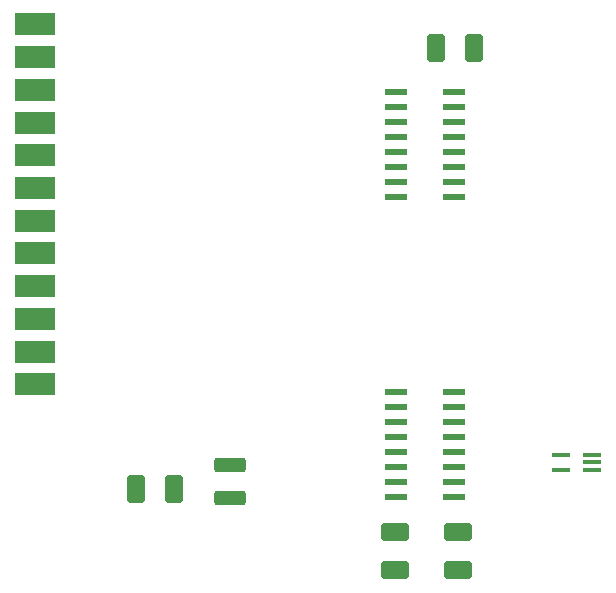
<source format=gbp>
%TF.GenerationSoftware,KiCad,Pcbnew,(6.0.4-0)*%
%TF.CreationDate,2022-04-27T14:28:45-07:00*%
%TF.ProjectId,bluescsi_iigs_internal,626c7565-7363-4736-995f-696967735f69,rev?*%
%TF.SameCoordinates,Original*%
%TF.FileFunction,Paste,Bot*%
%TF.FilePolarity,Positive*%
%FSLAX46Y46*%
G04 Gerber Fmt 4.6, Leading zero omitted, Abs format (unit mm)*
G04 Created by KiCad (PCBNEW (6.0.4-0)) date 2022-04-27 14:28:45*
%MOMM*%
%LPD*%
G01*
G04 APERTURE LIST*
G04 Aperture macros list*
%AMRoundRect*
0 Rectangle with rounded corners*
0 $1 Rounding radius*
0 $2 $3 $4 $5 $6 $7 $8 $9 X,Y pos of 4 corners*
0 Add a 4 corners polygon primitive as box body*
4,1,4,$2,$3,$4,$5,$6,$7,$8,$9,$2,$3,0*
0 Add four circle primitives for the rounded corners*
1,1,$1+$1,$2,$3*
1,1,$1+$1,$4,$5*
1,1,$1+$1,$6,$7*
1,1,$1+$1,$8,$9*
0 Add four rect primitives between the rounded corners*
20,1,$1+$1,$2,$3,$4,$5,0*
20,1,$1+$1,$4,$5,$6,$7,0*
20,1,$1+$1,$6,$7,$8,$9,0*
20,1,$1+$1,$8,$9,$2,$3,0*%
G04 Aperture macros list end*
%ADD10R,3.480000X1.846667*%
%ADD11R,1.500000X0.400000*%
%ADD12RoundRect,0.250000X1.075000X-0.375000X1.075000X0.375000X-1.075000X0.375000X-1.075000X-0.375000X0*%
%ADD13RoundRect,0.250000X-0.500000X-0.925000X0.500000X-0.925000X0.500000X0.925000X-0.500000X0.925000X0*%
%ADD14RoundRect,0.250000X-0.925000X0.500000X-0.925000X-0.500000X0.925000X-0.500000X0.925000X0.500000X0*%
%ADD15R,1.970000X0.600000*%
G04 APERTURE END LIST*
D10*
%TO.C,J6*%
X127000000Y-50805000D03*
X127000000Y-53575000D03*
X127000000Y-56345000D03*
X127000000Y-59115000D03*
X127000000Y-61885000D03*
X127000000Y-64655000D03*
X127000000Y-67425000D03*
X127000000Y-70195000D03*
X127000000Y-72965000D03*
X127000000Y-75735000D03*
X127000000Y-78505000D03*
X127000000Y-81275000D03*
%TD*%
D11*
%TO.C,U5*%
X171517000Y-87234000D03*
X171517000Y-88534000D03*
X174177000Y-88534000D03*
X174177000Y-87884000D03*
X174177000Y-87234000D03*
%TD*%
D12*
%TO.C,F1*%
X143510000Y-88135000D03*
X143510000Y-90935000D03*
%TD*%
D13*
%TO.C,C4*%
X138785000Y-90170000D03*
X135535000Y-90170000D03*
%TD*%
D14*
%TO.C,C3*%
X157480000Y-97002000D03*
X157480000Y-93752000D03*
%TD*%
%TO.C,C2*%
X162814000Y-97002000D03*
X162814000Y-93752000D03*
%TD*%
D13*
%TO.C,C1*%
X160935000Y-52832000D03*
X164185000Y-52832000D03*
%TD*%
D15*
%TO.C,U3*%
X162495000Y-81915000D03*
X162495000Y-83185000D03*
X162495000Y-84455000D03*
X162495000Y-85725000D03*
X162495000Y-86995000D03*
X162495000Y-88265000D03*
X162495000Y-89535000D03*
X162495000Y-90805000D03*
X157545000Y-90805000D03*
X157545000Y-89535000D03*
X157545000Y-88265000D03*
X157545000Y-86995000D03*
X157545000Y-85725000D03*
X157545000Y-84455000D03*
X157545000Y-83185000D03*
X157545000Y-81915000D03*
%TD*%
%TO.C,U2*%
X162495000Y-56515000D03*
X162495000Y-57785000D03*
X162495000Y-59055000D03*
X162495000Y-60325000D03*
X162495000Y-61595000D03*
X162495000Y-62865000D03*
X162495000Y-64135000D03*
X162495000Y-65405000D03*
X157545000Y-65405000D03*
X157545000Y-64135000D03*
X157545000Y-62865000D03*
X157545000Y-61595000D03*
X157545000Y-60325000D03*
X157545000Y-59055000D03*
X157545000Y-57785000D03*
X157545000Y-56515000D03*
%TD*%
M02*

</source>
